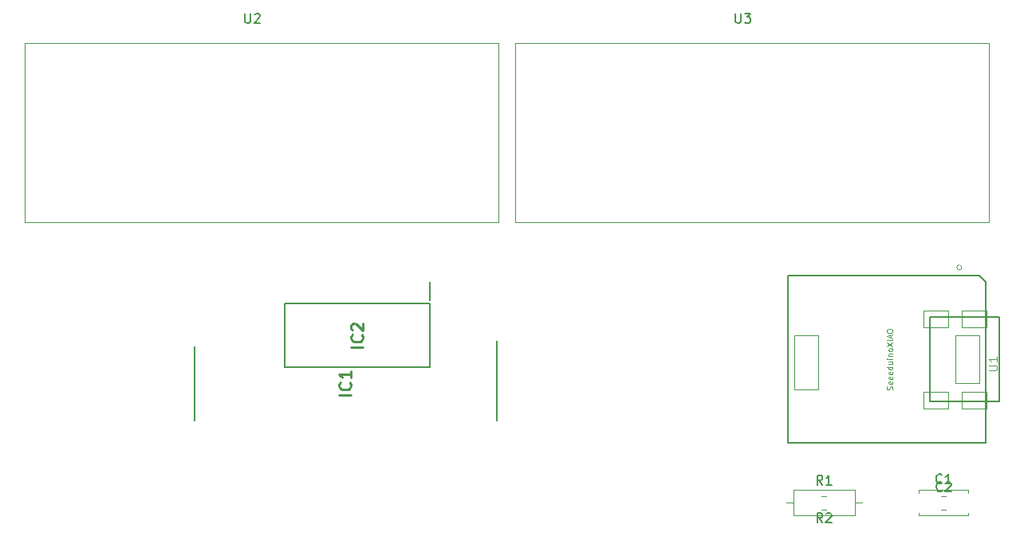
<source format=gto>
G04 #@! TF.GenerationSoftware,KiCad,Pcbnew,(5.1.2-1)-1*
G04 #@! TF.CreationDate,2020-07-06T20:22:29+09:00*
G04 #@! TF.ProjectId,usb_7seg,7573625f-3773-4656-972e-6b696361645f,rev?*
G04 #@! TF.SameCoordinates,Original*
G04 #@! TF.FileFunction,Legend,Top*
G04 #@! TF.FilePolarity,Positive*
%FSLAX46Y46*%
G04 Gerber Fmt 4.6, Leading zero omitted, Abs format (unit mm)*
G04 Created by KiCad (PCBNEW (5.1.2-1)-1) date 2020-07-06 20:22:29*
%MOMM*%
%LPD*%
G04 APERTURE LIST*
%ADD10C,0.120000*%
%ADD11C,0.200000*%
%ADD12C,0.100000*%
%ADD13C,0.127000*%
%ADD14C,0.066040*%
%ADD15C,0.150000*%
%ADD16C,0.254000*%
%ADD17C,0.101600*%
%ADD18C,0.076200*%
G04 APERTURE END LIST*
D10*
X84070000Y-33680000D02*
X134370000Y-33680000D01*
X134370000Y-52680000D02*
X134370000Y-33680000D01*
X84070000Y-52730000D02*
X134370000Y-52730000D01*
X84070000Y-52680000D02*
X84070000Y-33680000D01*
X126880000Y-81180000D02*
X132120000Y-81180000D01*
X126880000Y-83920000D02*
X132120000Y-83920000D01*
X126880000Y-81180000D02*
X126880000Y-81495000D01*
X126880000Y-83605000D02*
X126880000Y-83920000D01*
X132120000Y-81180000D02*
X132120000Y-81495000D01*
X132120000Y-83605000D02*
X132120000Y-83920000D01*
X129278748Y-81840000D02*
X129801252Y-81840000D01*
X129278748Y-83260000D02*
X129801252Y-83260000D01*
D11*
X82105000Y-65300000D02*
X82105000Y-73785000D01*
X49975000Y-65915000D02*
X49975000Y-73785000D01*
X75010000Y-61370000D02*
X75010000Y-68170000D01*
X75010000Y-68170000D02*
X59610000Y-68170000D01*
X59610000Y-68170000D02*
X59610000Y-61370000D01*
X59610000Y-61370000D02*
X75010000Y-61370000D01*
X74970000Y-59095000D02*
X74970000Y-61020000D01*
D10*
X113570000Y-81180000D02*
X113570000Y-83920000D01*
X113570000Y-83920000D02*
X120110000Y-83920000D01*
X120110000Y-83920000D02*
X120110000Y-81180000D01*
X120110000Y-81180000D02*
X113570000Y-81180000D01*
X112800000Y-82550000D02*
X113570000Y-82550000D01*
X120880000Y-82550000D02*
X120110000Y-82550000D01*
X117101252Y-83260000D02*
X116578748Y-83260000D01*
X117101252Y-81840000D02*
X116578748Y-81840000D01*
D12*
X131445000Y-57531000D02*
G75*
G03X131445000Y-57531000I-254000J0D01*
G01*
D13*
X128099820Y-62814200D02*
X135453120Y-62814200D01*
X128099820Y-71813420D02*
X128099820Y-62814200D01*
X135453120Y-71813420D02*
X128099820Y-71813420D01*
X135453120Y-62819280D02*
X135453120Y-71813420D01*
X133357620Y-58420000D02*
X113030000Y-58420000D01*
X134028180Y-59090560D02*
X133357620Y-58420000D01*
X134028180Y-76217780D02*
X134028180Y-59090560D01*
X113030000Y-76217780D02*
X134028180Y-76217780D01*
X113030000Y-58420000D02*
X113030000Y-76217780D01*
D14*
X131445000Y-70739000D02*
X134112000Y-70739000D01*
X134112000Y-70739000D02*
X134112000Y-72517000D01*
X131445000Y-72517000D02*
X134112000Y-72517000D01*
X131445000Y-70739000D02*
X131445000Y-72517000D01*
X127378460Y-70739000D02*
X130048000Y-70739000D01*
X130048000Y-70739000D02*
X130048000Y-72517000D01*
X127378460Y-72517000D02*
X130048000Y-72517000D01*
X127378460Y-70739000D02*
X127378460Y-72517000D01*
X127378460Y-62103000D02*
X130048000Y-62103000D01*
X130048000Y-62103000D02*
X130048000Y-63881000D01*
X127378460Y-63881000D02*
X130048000Y-63881000D01*
X127378460Y-62103000D02*
X127378460Y-63881000D01*
X131445000Y-62103000D02*
X134112000Y-62103000D01*
X134112000Y-62103000D02*
X134112000Y-63881000D01*
X131445000Y-63881000D02*
X134112000Y-63881000D01*
X131445000Y-62103000D02*
X131445000Y-63881000D01*
X113665000Y-64770000D02*
X116205000Y-64770000D01*
X116205000Y-64770000D02*
X116205000Y-70485000D01*
X113665000Y-70485000D02*
X116205000Y-70485000D01*
X113665000Y-64770000D02*
X113665000Y-70485000D01*
X130810000Y-64770000D02*
X133350000Y-64770000D01*
X133350000Y-64770000D02*
X133350000Y-69850000D01*
X130810000Y-69850000D02*
X133350000Y-69850000D01*
X130810000Y-64770000D02*
X130810000Y-69850000D01*
D10*
X32000000Y-33680000D02*
X82300000Y-33680000D01*
X82300000Y-52680000D02*
X82300000Y-33680000D01*
X32000000Y-52730000D02*
X82300000Y-52730000D01*
X32000000Y-52680000D02*
X32000000Y-33680000D01*
D15*
X107438095Y-30542380D02*
X107438095Y-31351904D01*
X107485714Y-31447142D01*
X107533333Y-31494761D01*
X107628571Y-31542380D01*
X107819047Y-31542380D01*
X107914285Y-31494761D01*
X107961904Y-31447142D01*
X108009523Y-31351904D01*
X108009523Y-30542380D01*
X108390476Y-30542380D02*
X109009523Y-30542380D01*
X108676190Y-30923333D01*
X108819047Y-30923333D01*
X108914285Y-30970952D01*
X108961904Y-31018571D01*
X109009523Y-31113809D01*
X109009523Y-31351904D01*
X108961904Y-31447142D01*
X108914285Y-31494761D01*
X108819047Y-31542380D01*
X108533333Y-31542380D01*
X108438095Y-31494761D01*
X108390476Y-31447142D01*
X129333333Y-80407142D02*
X129285714Y-80454761D01*
X129142857Y-80502380D01*
X129047619Y-80502380D01*
X128904761Y-80454761D01*
X128809523Y-80359523D01*
X128761904Y-80264285D01*
X128714285Y-80073809D01*
X128714285Y-79930952D01*
X128761904Y-79740476D01*
X128809523Y-79645238D01*
X128904761Y-79550000D01*
X129047619Y-79502380D01*
X129142857Y-79502380D01*
X129285714Y-79550000D01*
X129333333Y-79597619D01*
X130285714Y-80502380D02*
X129714285Y-80502380D01*
X130000000Y-80502380D02*
X130000000Y-79502380D01*
X129904761Y-79645238D01*
X129809523Y-79740476D01*
X129714285Y-79788095D01*
X129373333Y-81257142D02*
X129325714Y-81304761D01*
X129182857Y-81352380D01*
X129087619Y-81352380D01*
X128944761Y-81304761D01*
X128849523Y-81209523D01*
X128801904Y-81114285D01*
X128754285Y-80923809D01*
X128754285Y-80780952D01*
X128801904Y-80590476D01*
X128849523Y-80495238D01*
X128944761Y-80400000D01*
X129087619Y-80352380D01*
X129182857Y-80352380D01*
X129325714Y-80400000D01*
X129373333Y-80447619D01*
X129754285Y-80447619D02*
X129801904Y-80400000D01*
X129897142Y-80352380D01*
X130135238Y-80352380D01*
X130230476Y-80400000D01*
X130278095Y-80447619D01*
X130325714Y-80542857D01*
X130325714Y-80638095D01*
X130278095Y-80780952D01*
X129706666Y-81352380D01*
X130325714Y-81352380D01*
D16*
X66614523Y-71089761D02*
X65344523Y-71089761D01*
X66493571Y-69759285D02*
X66554047Y-69819761D01*
X66614523Y-70001190D01*
X66614523Y-70122142D01*
X66554047Y-70303571D01*
X66433095Y-70424523D01*
X66312142Y-70485000D01*
X66070238Y-70545476D01*
X65888809Y-70545476D01*
X65646904Y-70485000D01*
X65525952Y-70424523D01*
X65405000Y-70303571D01*
X65344523Y-70122142D01*
X65344523Y-70001190D01*
X65405000Y-69819761D01*
X65465476Y-69759285D01*
X66614523Y-68549761D02*
X66614523Y-69275476D01*
X66614523Y-68912619D02*
X65344523Y-68912619D01*
X65525952Y-69033571D01*
X65646904Y-69154523D01*
X65707380Y-69275476D01*
X67884523Y-66009761D02*
X66614523Y-66009761D01*
X67763571Y-64679285D02*
X67824047Y-64739761D01*
X67884523Y-64921190D01*
X67884523Y-65042142D01*
X67824047Y-65223571D01*
X67703095Y-65344523D01*
X67582142Y-65405000D01*
X67340238Y-65465476D01*
X67158809Y-65465476D01*
X66916904Y-65405000D01*
X66795952Y-65344523D01*
X66675000Y-65223571D01*
X66614523Y-65042142D01*
X66614523Y-64921190D01*
X66675000Y-64739761D01*
X66735476Y-64679285D01*
X66735476Y-64195476D02*
X66675000Y-64135000D01*
X66614523Y-64014047D01*
X66614523Y-63711666D01*
X66675000Y-63590714D01*
X66735476Y-63530238D01*
X66856428Y-63469761D01*
X66977380Y-63469761D01*
X67158809Y-63530238D01*
X67884523Y-64255952D01*
X67884523Y-63469761D01*
D15*
X116673333Y-80632380D02*
X116340000Y-80156190D01*
X116101904Y-80632380D02*
X116101904Y-79632380D01*
X116482857Y-79632380D01*
X116578095Y-79680000D01*
X116625714Y-79727619D01*
X116673333Y-79822857D01*
X116673333Y-79965714D01*
X116625714Y-80060952D01*
X116578095Y-80108571D01*
X116482857Y-80156190D01*
X116101904Y-80156190D01*
X117625714Y-80632380D02*
X117054285Y-80632380D01*
X117340000Y-80632380D02*
X117340000Y-79632380D01*
X117244761Y-79775238D01*
X117149523Y-79870476D01*
X117054285Y-79918095D01*
X116673333Y-84652380D02*
X116340000Y-84176190D01*
X116101904Y-84652380D02*
X116101904Y-83652380D01*
X116482857Y-83652380D01*
X116578095Y-83700000D01*
X116625714Y-83747619D01*
X116673333Y-83842857D01*
X116673333Y-83985714D01*
X116625714Y-84080952D01*
X116578095Y-84128571D01*
X116482857Y-84176190D01*
X116101904Y-84176190D01*
X117054285Y-83747619D02*
X117101904Y-83700000D01*
X117197142Y-83652380D01*
X117435238Y-83652380D01*
X117530476Y-83700000D01*
X117578095Y-83747619D01*
X117625714Y-83842857D01*
X117625714Y-83938095D01*
X117578095Y-84080952D01*
X117006666Y-84652380D01*
X117625714Y-84652380D01*
D17*
X134323666Y-68431833D02*
X135043333Y-68431833D01*
X135128000Y-68389500D01*
X135170333Y-68347166D01*
X135212666Y-68262500D01*
X135212666Y-68093166D01*
X135170333Y-68008500D01*
X135128000Y-67966166D01*
X135043333Y-67923833D01*
X134323666Y-67923833D01*
X135212666Y-67034833D02*
X135212666Y-67542833D01*
X135212666Y-67288833D02*
X134323666Y-67288833D01*
X134450666Y-67373500D01*
X134535333Y-67458166D01*
X134577666Y-67542833D01*
D18*
X124071742Y-70532171D02*
X124100771Y-70445085D01*
X124100771Y-70299942D01*
X124071742Y-70241885D01*
X124042714Y-70212857D01*
X123984657Y-70183828D01*
X123926600Y-70183828D01*
X123868542Y-70212857D01*
X123839514Y-70241885D01*
X123810485Y-70299942D01*
X123781457Y-70416057D01*
X123752428Y-70474114D01*
X123723400Y-70503142D01*
X123665342Y-70532171D01*
X123607285Y-70532171D01*
X123549228Y-70503142D01*
X123520200Y-70474114D01*
X123491171Y-70416057D01*
X123491171Y-70270914D01*
X123520200Y-70183828D01*
X124071742Y-69690342D02*
X124100771Y-69748400D01*
X124100771Y-69864514D01*
X124071742Y-69922571D01*
X124013685Y-69951600D01*
X123781457Y-69951600D01*
X123723400Y-69922571D01*
X123694371Y-69864514D01*
X123694371Y-69748400D01*
X123723400Y-69690342D01*
X123781457Y-69661314D01*
X123839514Y-69661314D01*
X123897571Y-69951600D01*
X124071742Y-69167828D02*
X124100771Y-69225885D01*
X124100771Y-69342000D01*
X124071742Y-69400057D01*
X124013685Y-69429085D01*
X123781457Y-69429085D01*
X123723400Y-69400057D01*
X123694371Y-69342000D01*
X123694371Y-69225885D01*
X123723400Y-69167828D01*
X123781457Y-69138800D01*
X123839514Y-69138800D01*
X123897571Y-69429085D01*
X124071742Y-68645314D02*
X124100771Y-68703371D01*
X124100771Y-68819485D01*
X124071742Y-68877542D01*
X124013685Y-68906571D01*
X123781457Y-68906571D01*
X123723400Y-68877542D01*
X123694371Y-68819485D01*
X123694371Y-68703371D01*
X123723400Y-68645314D01*
X123781457Y-68616285D01*
X123839514Y-68616285D01*
X123897571Y-68906571D01*
X124100771Y-68093771D02*
X123491171Y-68093771D01*
X124071742Y-68093771D02*
X124100771Y-68151828D01*
X124100771Y-68267942D01*
X124071742Y-68326000D01*
X124042714Y-68355028D01*
X123984657Y-68384057D01*
X123810485Y-68384057D01*
X123752428Y-68355028D01*
X123723400Y-68326000D01*
X123694371Y-68267942D01*
X123694371Y-68151828D01*
X123723400Y-68093771D01*
X123694371Y-67542228D02*
X124100771Y-67542228D01*
X123694371Y-67803485D02*
X124013685Y-67803485D01*
X124071742Y-67774457D01*
X124100771Y-67716400D01*
X124100771Y-67629314D01*
X124071742Y-67571257D01*
X124042714Y-67542228D01*
X124100771Y-67251942D02*
X123694371Y-67251942D01*
X123491171Y-67251942D02*
X123520200Y-67280971D01*
X123549228Y-67251942D01*
X123520200Y-67222914D01*
X123491171Y-67251942D01*
X123549228Y-67251942D01*
X123694371Y-66961657D02*
X124100771Y-66961657D01*
X123752428Y-66961657D02*
X123723400Y-66932628D01*
X123694371Y-66874571D01*
X123694371Y-66787485D01*
X123723400Y-66729428D01*
X123781457Y-66700400D01*
X124100771Y-66700400D01*
X124100771Y-66323028D02*
X124071742Y-66381085D01*
X124042714Y-66410114D01*
X123984657Y-66439142D01*
X123810485Y-66439142D01*
X123752428Y-66410114D01*
X123723400Y-66381085D01*
X123694371Y-66323028D01*
X123694371Y-66235942D01*
X123723400Y-66177885D01*
X123752428Y-66148857D01*
X123810485Y-66119828D01*
X123984657Y-66119828D01*
X124042714Y-66148857D01*
X124071742Y-66177885D01*
X124100771Y-66235942D01*
X124100771Y-66323028D01*
X123491171Y-65916628D02*
X124100771Y-65510228D01*
X123491171Y-65510228D02*
X124100771Y-65916628D01*
X124100771Y-65278000D02*
X123491171Y-65278000D01*
X123926600Y-65016742D02*
X123926600Y-64726457D01*
X124100771Y-65074800D02*
X123491171Y-64871600D01*
X124100771Y-64668400D01*
X123491171Y-64349085D02*
X123491171Y-64232971D01*
X123520200Y-64174914D01*
X123578257Y-64116857D01*
X123694371Y-64087828D01*
X123897571Y-64087828D01*
X124013685Y-64116857D01*
X124071742Y-64174914D01*
X124100771Y-64232971D01*
X124100771Y-64349085D01*
X124071742Y-64407142D01*
X124013685Y-64465200D01*
X123897571Y-64494228D01*
X123694371Y-64494228D01*
X123578257Y-64465200D01*
X123520200Y-64407142D01*
X123491171Y-64349085D01*
D15*
X55368095Y-30542380D02*
X55368095Y-31351904D01*
X55415714Y-31447142D01*
X55463333Y-31494761D01*
X55558571Y-31542380D01*
X55749047Y-31542380D01*
X55844285Y-31494761D01*
X55891904Y-31447142D01*
X55939523Y-31351904D01*
X55939523Y-30542380D01*
X56368095Y-30637619D02*
X56415714Y-30590000D01*
X56510952Y-30542380D01*
X56749047Y-30542380D01*
X56844285Y-30590000D01*
X56891904Y-30637619D01*
X56939523Y-30732857D01*
X56939523Y-30828095D01*
X56891904Y-30970952D01*
X56320476Y-31542380D01*
X56939523Y-31542380D01*
M02*

</source>
